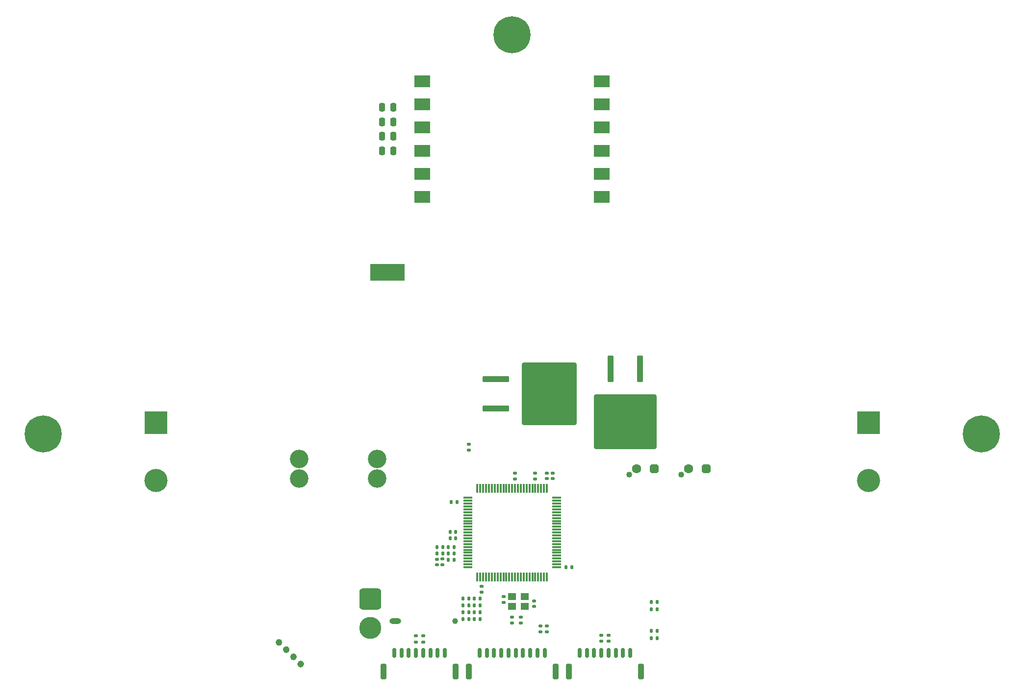
<source format=gbr>
%TF.GenerationSoftware,KiCad,Pcbnew,8.0.7*%
%TF.CreationDate,2025-04-17T21:17:25-04:00*%
%TF.ProjectId,kicker,6b69636b-6572-42e6-9b69-6361645f7063,v4*%
%TF.SameCoordinates,Original*%
%TF.FileFunction,Soldermask,Bot*%
%TF.FilePolarity,Negative*%
%FSLAX46Y46*%
G04 Gerber Fmt 4.6, Leading zero omitted, Abs format (unit mm)*
G04 Created by KiCad (PCBNEW 8.0.7) date 2025-04-17 21:17:25*
%MOMM*%
%LPD*%
G01*
G04 APERTURE LIST*
G04 Aperture macros list*
%AMRoundRect*
0 Rectangle with rounded corners*
0 $1 Rounding radius*
0 $2 $3 $4 $5 $6 $7 $8 $9 X,Y pos of 4 corners*
0 Add a 4 corners polygon primitive as box body*
4,1,4,$2,$3,$4,$5,$6,$7,$8,$9,$2,$3,0*
0 Add four circle primitives for the rounded corners*
1,1,$1+$1,$2,$3*
1,1,$1+$1,$4,$5*
1,1,$1+$1,$6,$7*
1,1,$1+$1,$8,$9*
0 Add four rect primitives between the rounded corners*
20,1,$1+$1,$2,$3,$4,$5,0*
20,1,$1+$1,$4,$5,$6,$7,0*
20,1,$1+$1,$6,$7,$8,$9,0*
20,1,$1+$1,$8,$9,$2,$3,0*%
%AMOutline5P*
0 Free polygon, 5 corners , with rotation*
0 The origin of the aperture is its center*
0 number of corners: always 5*
0 $1 to $10 corner X, Y*
0 $11 Rotation angle, in degrees counterclockwise*
0 create outline with 5 corners*
4,1,5,$1,$2,$3,$4,$5,$6,$7,$8,$9,$10,$1,$2,$11*%
%AMOutline6P*
0 Free polygon, 6 corners , with rotation*
0 The origin of the aperture is its center*
0 number of corners: always 6*
0 $1 to $12 corner X, Y*
0 $13 Rotation angle, in degrees counterclockwise*
0 create outline with 6 corners*
4,1,6,$1,$2,$3,$4,$5,$6,$7,$8,$9,$10,$11,$12,$1,$2,$13*%
%AMOutline7P*
0 Free polygon, 7 corners , with rotation*
0 The origin of the aperture is its center*
0 number of corners: always 7*
0 $1 to $14 corner X, Y*
0 $15 Rotation angle, in degrees counterclockwise*
0 create outline with 7 corners*
4,1,7,$1,$2,$3,$4,$5,$6,$7,$8,$9,$10,$11,$12,$13,$14,$1,$2,$15*%
%AMOutline8P*
0 Free polygon, 8 corners , with rotation*
0 The origin of the aperture is its center*
0 number of corners: always 8*
0 $1 to $16 corner X, Y*
0 $17 Rotation angle, in degrees counterclockwise*
0 create outline with 8 corners*
4,1,8,$1,$2,$3,$4,$5,$6,$7,$8,$9,$10,$11,$12,$13,$14,$15,$16,$1,$2,$17*%
G04 Aperture macros list end*
%ADD10C,0.575000*%
%ADD11RoundRect,0.760000X-1.140000X1.140000X-1.140000X-1.140000X1.140000X-1.140000X1.140000X1.140000X0*%
%ADD12C,3.800000*%
%ADD13C,6.400000*%
%ADD14O,2.000000X1.000000*%
%ADD15C,1.000000*%
%ADD16R,6.000000X3.000000*%
%ADD17RoundRect,0.250000X0.250000X0.475000X-0.250000X0.475000X-0.250000X-0.475000X0.250000X-0.475000X0*%
%ADD18R,4.000000X4.000000*%
%ADD19C,4.000000*%
%ADD20RoundRect,0.135000X-0.185000X0.135000X-0.185000X-0.135000X0.185000X-0.135000X0.185000X0.135000X0*%
%ADD21RoundRect,0.135000X-0.135000X-0.185000X0.135000X-0.185000X0.135000X0.185000X-0.135000X0.185000X0*%
%ADD22RoundRect,0.140000X0.140000X0.170000X-0.140000X0.170000X-0.140000X-0.170000X0.140000X-0.170000X0*%
%ADD23RoundRect,0.075000X0.075000X-0.725000X0.075000X0.725000X-0.075000X0.725000X-0.075000X-0.725000X0*%
%ADD24RoundRect,0.075000X0.725000X-0.075000X0.725000X0.075000X-0.725000X0.075000X-0.725000X-0.075000X0*%
%ADD25RoundRect,0.135000X0.135000X0.185000X-0.135000X0.185000X-0.135000X-0.185000X0.135000X-0.185000X0*%
%ADD26R,2.750000X2.000000*%
%ADD27RoundRect,0.150000X0.150000X0.700000X-0.150000X0.700000X-0.150000X-0.700000X0.150000X-0.700000X0*%
%ADD28RoundRect,0.250000X0.250000X1.100000X-0.250000X1.100000X-0.250000X-1.100000X0.250000X-1.100000X0*%
%ADD29C,3.200000*%
%ADD30RoundRect,0.140000X0.170000X-0.140000X0.170000X0.140000X-0.170000X0.140000X-0.170000X-0.140000X0*%
%ADD31RoundRect,0.135000X0.185000X-0.135000X0.185000X0.135000X-0.185000X0.135000X-0.185000X-0.135000X0*%
%ADD32RoundRect,0.250000X-0.300000X2.050000X-0.300000X-2.050000X0.300000X-2.050000X0.300000X2.050000X0*%
%ADD33RoundRect,0.250002X-5.149998X4.449998X-5.149998X-4.449998X5.149998X-4.449998X5.149998X4.449998X0*%
%ADD34R,1.400000X1.200000*%
%ADD35RoundRect,0.140000X-0.140000X-0.170000X0.140000X-0.170000X0.140000X0.170000X-0.140000X0.170000X0*%
%ADD36C,1.020000*%
%ADD37Outline8P,-0.800000X0.400000X-0.400000X0.800000X0.400000X0.800000X0.800000X0.400000X0.800000X-0.400000X0.400000X-0.800000X-0.400000X-0.800000X-0.800000X-0.400000X0.000000*%
%ADD38C,1.600000*%
%ADD39RoundRect,0.140000X-0.170000X0.140000X-0.170000X-0.140000X0.170000X-0.140000X0.170000X0.140000X0*%
%ADD40RoundRect,0.250000X-2.050000X-0.300000X2.050000X-0.300000X2.050000X0.300000X-2.050000X0.300000X0*%
%ADD41RoundRect,0.250002X-4.449998X-5.149998X4.449998X-5.149998X4.449998X5.149998X-4.449998X5.149998X0*%
G04 APERTURE END LIST*
D10*
X170037500Y-174000000D02*
G75*
G02*
X169462500Y-174000000I-287500J0D01*
G01*
X169462500Y-174000000D02*
G75*
G02*
X170037500Y-174000000I287500J0D01*
G01*
X171287500Y-175250000D02*
G75*
G02*
X170712500Y-175250000I-287500J0D01*
G01*
X170712500Y-175250000D02*
G75*
G02*
X171287500Y-175250000I287500J0D01*
G01*
X172537500Y-176500000D02*
G75*
G02*
X171962500Y-176500000I-287500J0D01*
G01*
X171962500Y-176500000D02*
G75*
G02*
X172537500Y-176500000I287500J0D01*
G01*
X173787500Y-177750000D02*
G75*
G02*
X173212500Y-177750000I-287500J0D01*
G01*
X173212500Y-177750000D02*
G75*
G02*
X173787500Y-177750000I287500J0D01*
G01*
D11*
%TO.C,J3*%
X185500000Y-166500000D03*
D12*
X185500000Y-171500000D03*
%TD*%
D13*
%TO.C,H2*%
X291000000Y-138000000D03*
%TD*%
%TO.C,H1*%
X210000000Y-69000000D03*
%TD*%
D14*
%TO.C,J2*%
X189800000Y-170300000D03*
D15*
X200200000Y-170300000D03*
%TD*%
D13*
%TO.C,H3*%
X129000000Y-138000000D03*
%TD*%
D16*
%TO.C,C29*%
X188500000Y-110000000D03*
%TD*%
D17*
%TO.C,C38*%
X189450000Y-89000000D03*
X187550000Y-89000000D03*
%TD*%
D18*
%TO.C,C26*%
X271500000Y-136000000D03*
D19*
X271500000Y-146000000D03*
%TD*%
D20*
%TO.C,R72*%
X226625000Y-172790000D03*
X226625000Y-173810000D03*
%TD*%
D21*
%TO.C,R26*%
X198990001Y-157500000D03*
X200009999Y-157500000D03*
%TD*%
D22*
%TO.C,C9*%
X200280000Y-156000000D03*
X199320000Y-156000000D03*
%TD*%
%TO.C,C15*%
X200280000Y-154900000D03*
X199320000Y-154900000D03*
%TD*%
D20*
%TO.C,R73*%
X194625000Y-172890001D03*
X194625000Y-173909999D03*
%TD*%
D23*
%TO.C,U3*%
X216000000Y-162675000D03*
X215500000Y-162675000D03*
X215000000Y-162675000D03*
X214500000Y-162675000D03*
X214000000Y-162675000D03*
X213500000Y-162675000D03*
X213000000Y-162675000D03*
X212500000Y-162675000D03*
X212000000Y-162675000D03*
X211500000Y-162675000D03*
X211000000Y-162675000D03*
X210500000Y-162675000D03*
X210000000Y-162675000D03*
X209500000Y-162675000D03*
X209000000Y-162675000D03*
X208500000Y-162675000D03*
X208000000Y-162675000D03*
X207500000Y-162675000D03*
X207000000Y-162675000D03*
X206500000Y-162675000D03*
X206000000Y-162675000D03*
X205500000Y-162675000D03*
X205000000Y-162675000D03*
X204500000Y-162675000D03*
X204000000Y-162675000D03*
D24*
X202325000Y-161000000D03*
X202325000Y-160500000D03*
X202325000Y-160000000D03*
X202325000Y-159500000D03*
X202325000Y-159000000D03*
X202325000Y-158500000D03*
X202325000Y-158000000D03*
X202325000Y-157500000D03*
X202325000Y-157000000D03*
X202325000Y-156500000D03*
X202325000Y-156000000D03*
X202325000Y-155500000D03*
X202325000Y-155000000D03*
X202325000Y-154500000D03*
X202325000Y-154000000D03*
X202325000Y-153500000D03*
X202325000Y-153000000D03*
X202325000Y-152500000D03*
X202325000Y-152000000D03*
X202325000Y-151500000D03*
X202325000Y-151000000D03*
X202325000Y-150500000D03*
X202325000Y-150000000D03*
X202325000Y-149500000D03*
X202325000Y-149000000D03*
D23*
X204000000Y-147325000D03*
X204500000Y-147325000D03*
X205000000Y-147325000D03*
X205500000Y-147325000D03*
X206000000Y-147325000D03*
X206500000Y-147325000D03*
X207000000Y-147325000D03*
X207500000Y-147325000D03*
X208000000Y-147325000D03*
X208500000Y-147325000D03*
X209000000Y-147325000D03*
X209500000Y-147325000D03*
X210000000Y-147325000D03*
X210500000Y-147325000D03*
X211000000Y-147325000D03*
X211500000Y-147325000D03*
X212000000Y-147325000D03*
X212500000Y-147325000D03*
X213000000Y-147325000D03*
X213500000Y-147325000D03*
X214000000Y-147325000D03*
X214500000Y-147325000D03*
X215000000Y-147325000D03*
X215500000Y-147325000D03*
X216000000Y-147325000D03*
D24*
X217675000Y-149000000D03*
X217675000Y-149500000D03*
X217675000Y-150000000D03*
X217675000Y-150500000D03*
X217675000Y-151000000D03*
X217675000Y-151500000D03*
X217675000Y-152000000D03*
X217675000Y-152500000D03*
X217675000Y-153000000D03*
X217675000Y-153500000D03*
X217675000Y-154000000D03*
X217675000Y-154500000D03*
X217675000Y-155000000D03*
X217675000Y-155500000D03*
X217675000Y-156000000D03*
X217675000Y-156500000D03*
X217675000Y-157000000D03*
X217675000Y-157500000D03*
X217675000Y-158000000D03*
X217675000Y-158500000D03*
X217675000Y-159000000D03*
X217675000Y-159500000D03*
X217675000Y-160000000D03*
X217675000Y-160500000D03*
X217675000Y-161000000D03*
%TD*%
D20*
%TO.C,R74*%
X225425000Y-172790000D03*
X225425000Y-173810000D03*
%TD*%
D25*
%TO.C,R29*%
X198010000Y-158600000D03*
X196990000Y-158600000D03*
%TD*%
D18*
%TO.C,C25*%
X148500000Y-136000000D03*
D19*
X148500000Y-146000000D03*
%TD*%
D26*
%TO.C,L2*%
X225475000Y-77000000D03*
X225475000Y-81000000D03*
X225475000Y-85000000D03*
X225475000Y-89000000D03*
X225475000Y-93000000D03*
X225475000Y-97000000D03*
X194525000Y-97000000D03*
X194525000Y-93000000D03*
X194525000Y-89000000D03*
X194525000Y-85000000D03*
X194525000Y-81000000D03*
X194525000Y-77000000D03*
%TD*%
D27*
%TO.C,J9*%
X198400000Y-175850000D03*
X197150000Y-175850000D03*
X195900000Y-175850000D03*
X194650000Y-175850000D03*
X193400000Y-175850000D03*
X192150000Y-175850000D03*
X190900000Y-175850000D03*
X189650000Y-175850000D03*
D28*
X200250000Y-179050000D03*
X187800000Y-179050000D03*
%TD*%
D21*
%TO.C,R37*%
X203490001Y-168800001D03*
X204509999Y-168800001D03*
%TD*%
D29*
%TO.C,F3*%
X173265000Y-142300000D03*
X173265000Y-145700000D03*
X186735000Y-142300000D03*
X186735000Y-145700000D03*
%TD*%
D30*
%TO.C,C23*%
X213800000Y-167780000D03*
X213800000Y-166820000D03*
%TD*%
D17*
%TO.C,C36*%
X189450000Y-86500000D03*
X187550000Y-86500000D03*
%TD*%
D20*
%TO.C,R3*%
X214000000Y-144740001D03*
X214000000Y-145759999D03*
%TD*%
%TO.C,R75*%
X193425000Y-172890001D03*
X193425000Y-173909999D03*
%TD*%
D31*
%TO.C,R69*%
X210000000Y-170619998D03*
X210000000Y-169600000D03*
%TD*%
D25*
%TO.C,R2*%
X235010000Y-168250000D03*
X233990000Y-168250000D03*
%TD*%
D21*
%TO.C,R40*%
X203490001Y-167600001D03*
X204509999Y-167600001D03*
%TD*%
D20*
%TO.C,R81*%
X216000000Y-171180002D03*
X216000000Y-172200000D03*
%TD*%
D31*
%TO.C,R23*%
X198000000Y-160609999D03*
X198000000Y-159590001D03*
%TD*%
D21*
%TO.C,R33*%
X201490001Y-170000002D03*
X202509999Y-170000002D03*
%TD*%
D30*
%TO.C,C12*%
X210500000Y-145730000D03*
X210500000Y-144770000D03*
%TD*%
D25*
%TO.C,R28*%
X200010000Y-158600000D03*
X198990000Y-158600000D03*
%TD*%
D32*
%TO.C,Q4*%
X226960000Y-126725000D03*
D33*
X229500000Y-135875000D03*
D32*
X232040000Y-126725000D03*
%TD*%
D34*
%TO.C,Y2*%
X210000000Y-166100000D03*
X212200000Y-166100000D03*
X212200000Y-167800000D03*
X210000000Y-167800000D03*
%TD*%
D20*
%TO.C,R88*%
X202500000Y-139780002D03*
X202500000Y-140800000D03*
%TD*%
D35*
%TO.C,C13*%
X219320000Y-161000000D03*
X220280000Y-161000000D03*
%TD*%
D36*
%TO.C,J5*%
X230220000Y-144980000D03*
D37*
X234500000Y-144000000D03*
D38*
X231500000Y-144000000D03*
%TD*%
D31*
%TO.C,R71*%
X211500002Y-170619998D03*
X211500002Y-169600000D03*
%TD*%
D17*
%TO.C,C33*%
X189450000Y-84000000D03*
X187550000Y-84000000D03*
%TD*%
D21*
%TO.C,R82*%
X233990001Y-167050000D03*
X235009999Y-167050000D03*
%TD*%
D25*
%TO.C,R84*%
X235009999Y-172000000D03*
X233990001Y-172000000D03*
%TD*%
D21*
%TO.C,R24*%
X198990001Y-159700000D03*
X200009999Y-159700000D03*
%TD*%
D25*
%TO.C,R83*%
X235010000Y-173250000D03*
X233990000Y-173250000D03*
%TD*%
D21*
%TO.C,R39*%
X201490001Y-167600002D03*
X202509999Y-167600002D03*
%TD*%
%TO.C,R41*%
X201490001Y-166400000D03*
X202509999Y-166400000D03*
%TD*%
D39*
%TO.C,C21*%
X208500000Y-166109950D03*
X208500000Y-167069950D03*
%TD*%
D27*
%TO.C,J8*%
X230400000Y-175850000D03*
X229150000Y-175850000D03*
X227900000Y-175850000D03*
X226650000Y-175850000D03*
X225400000Y-175850000D03*
X224150000Y-175850000D03*
X222900000Y-175850000D03*
X221650000Y-175850000D03*
D28*
X232250000Y-179050000D03*
X219800000Y-179050000D03*
%TD*%
D20*
%TO.C,R80*%
X214900000Y-171190001D03*
X214900000Y-172209999D03*
%TD*%
D30*
%TO.C,C16*%
X217000000Y-145700000D03*
X217000000Y-144740000D03*
%TD*%
D22*
%TO.C,C14*%
X200480000Y-149700000D03*
X199520000Y-149700000D03*
%TD*%
D39*
%TO.C,C18*%
X197000000Y-159620000D03*
X197000000Y-160580000D03*
%TD*%
D36*
%TO.C,J6*%
X239220000Y-144980000D03*
D37*
X243500000Y-144000000D03*
D38*
X240500000Y-144000000D03*
%TD*%
D27*
%TO.C,J1*%
X215625000Y-175850000D03*
X214375000Y-175850000D03*
X213125000Y-175850000D03*
X211875000Y-175850000D03*
X210625000Y-175850000D03*
X209375000Y-175850000D03*
X208125000Y-175850000D03*
X206875000Y-175850000D03*
X205625000Y-175850000D03*
X204375000Y-175850000D03*
D28*
X217475000Y-179050000D03*
X202525000Y-179050000D03*
%TD*%
D30*
%TO.C,C8*%
X204700000Y-165280000D03*
X204700000Y-164320000D03*
%TD*%
D21*
%TO.C,R36*%
X201490001Y-168800000D03*
X202509999Y-168800000D03*
%TD*%
D40*
%TO.C,Q3*%
X207225000Y-133540000D03*
D41*
X216375000Y-131000000D03*
D40*
X207225000Y-128460000D03*
%TD*%
D21*
%TO.C,R42*%
X203490001Y-166400000D03*
X204509999Y-166400000D03*
%TD*%
D17*
%TO.C,C30*%
X189450000Y-81500000D03*
X187550000Y-81500000D03*
%TD*%
D25*
%TO.C,R25*%
X198010000Y-157500000D03*
X196990000Y-157500000D03*
%TD*%
D21*
%TO.C,R34*%
X203490001Y-170000000D03*
X204509999Y-170000000D03*
%TD*%
D30*
%TO.C,C10*%
X216000000Y-145700000D03*
X216000000Y-144740000D03*
%TD*%
M02*

</source>
